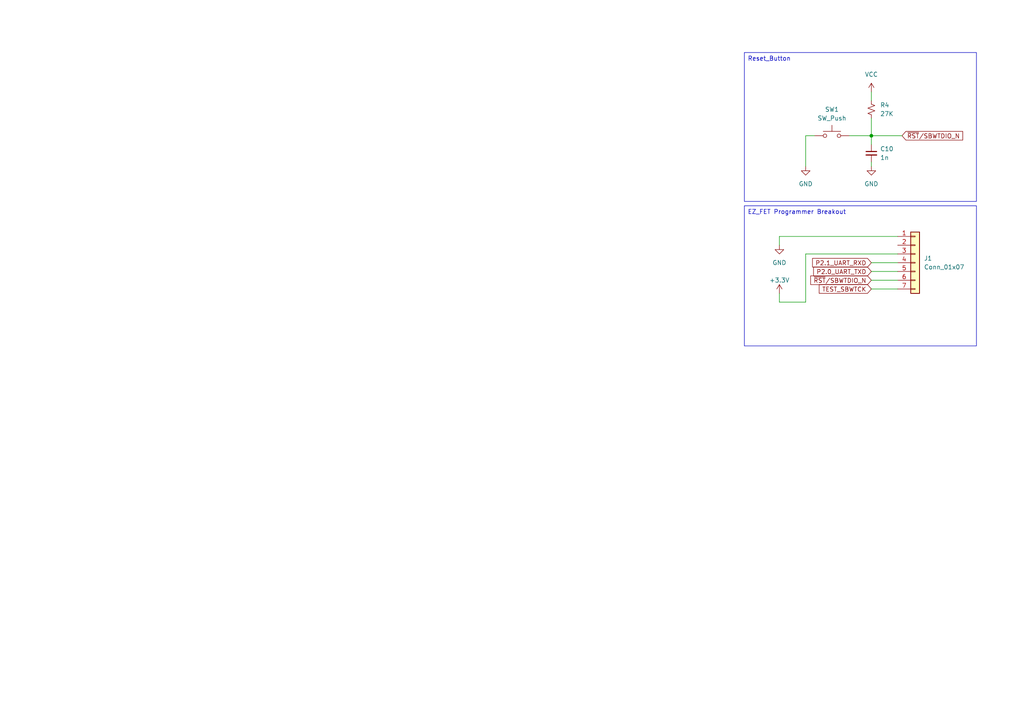
<source format=kicad_sch>
(kicad_sch (version 20230121) (generator eeschema)
  (paper "A4")
  (lib_symbols
    (symbol "Connector_Generic:Conn_01x07" (pin_names (offset 1.016) hide)
      (property "Reference" "J" (at 0 10.16 0))
      (property "Value" "Conn_01x07" (at 0 -10.16 0))
      (symbol "Conn_01x07_1_1"
        (rectangle (start -1.27 -7.493) (end 0 -7.747) (stroke (width 0.1524)))
        (rectangle (start -1.27 -4.953) (end 0 -5.207) (stroke (width 0.1524)))
        (rectangle (start -1.27 -2.413) (end 0 -2.667) (stroke (width 0.1524)))
        (rectangle (start -1.27 0.127) (end 0 -0.127) (stroke (width 0.1524)))
        (rectangle (start -1.27 2.667) (end 0 2.413) (stroke (width 0.1524)))
        (rectangle (start -1.27 5.207) (end 0 4.953) (stroke (width 0.1524)))
        (rectangle (start -1.27 7.747) (end 0 7.493) (stroke (width 0.1524)))
        (rectangle (start -1.27 8.89) (end 1.27 -8.89) (stroke (width 0.254)) (fill (type background)))
        (pin passive line (at -5.08 7.62 0) (length 3.81) (name "Pin_1") (number "1"))
        (pin passive line (at -5.08 5.08 0) (length 3.81) (name "Pin_2") (number "2"))
        (pin passive line (at -5.08 2.54 0) (length 3.81) (name "Pin_3") (number "3"))
        (pin passive line (at -5.08 0 0) (length 3.81) (name "Pin_4") (number "4"))
        (pin passive line (at -5.08 -2.54 0) (length 3.81) (name "Pin_5") (number "5"))
        (pin passive line (at -5.08 -5.08 0) (length 3.81) (name "Pin_6") (number "6"))
        (pin passive line (at -5.08 -7.62 0) (length 3.81) (name "Pin_7") (number "7"))
      )
    )
    (symbol "Device:C_Small" (pin_numbers hide) (pin_names (offset 0.254) hide)
      (property "Reference" "C" (at 0.254 1.778 0))
      (property "Value" "C_Small" (at 0.254 -2.032 0))
      (symbol "C_Small_0_1"
        (polyline (pts (xy -1.524 -0.508) (xy 1.524 -0.508)) (stroke (width 0.3302)))
        (polyline (pts (xy -1.524 0.508) (xy 1.524 0.508)) (stroke (width 0.3048)))
      )
      (symbol "C_Small_1_1"
        (pin passive line (at 0 2.54 270) (length 2.032) (name "~") (number "1"))
        (pin passive line (at 0 -2.54 90) (length 2.032) (name "~") (number "2"))
      )
    )
    (symbol "Device:R_Small_US" (pin_numbers hide) (pin_names (offset 0.254) hide)
      (property "Reference" "R" (at 0.762 0.508 0))
      (property "Value" "R_Small_US" (at 0.762 -1.016 0))
      (symbol "R_Small_US_1_1"
        (polyline (pts (xy 0 0) (xy 1.016 -0.381) (xy 0 -0.762) (xy -1.016 -1.143) (xy 0 -1.524)))
        (polyline (pts (xy 0 1.524) (xy 1.016 1.143) (xy 0 0.762) (xy -1.016 0.381) (xy 0 0)))
        (pin passive line (at 0 2.54 270) (length 1.016) (name "~") (number "1"))
        (pin passive line (at 0 -2.54 90) (length 1.016) (name "~") (number "2"))
      )
    )
    (symbol "Switch:SW_Push" (pin_numbers hide) (pin_names (offset 1.016) hide)
      (property "Reference" "SW" (at 1.27 2.54 0))
      (property "Value" "SW_Push" (at 0 -1.524 0))
      (symbol "SW_Push_0_1"
        (circle (center -2.032 0) (radius 0.508))
        (polyline (pts (xy 0 1.27) (xy 0 3.048)))
        (polyline (pts (xy 2.54 1.27) (xy -2.54 1.27)))
        (circle (center 2.032 0) (radius 0.508))
        (pin passive line (at -5.08 0 0) (length 2.54) (name "1") (number "1"))
        (pin passive line (at 5.08 0 180) (length 2.54) (name "2") (number "2"))
      )
    )
    (symbol "power:+3.3V" (power) (pin_names (offset 0))
      (property "Value" "+3.3V" (at 0 3.556 0))
      (symbol "+3.3V_0_1"
        (polyline (pts (xy -0.762 1.27) (xy 0 2.54)))
        (polyline (pts (xy 0 0) (xy 0 2.54)))
        (polyline (pts (xy 0 2.54) (xy 0.762 1.27)))
      )
      (symbol "+3.3V_1_1"
        (pin power_in line (at 0 0 90) (length 0) hide (name "+3.3V") (number "1"))
      )
    )
    (symbol "power:GND" (power) (pin_names (offset 0))
      (property "Value" "GND" (at 0 -3.81 0))
      (symbol "GND_0_1"
        (polyline (pts (xy 0 0) (xy 0 -1.27) (xy 1.27 -1.27) (xy 0 -2.54) (xy -1.27 -1.27) (xy 0 -1.27)))
      )
      (symbol "GND_1_1"
        (pin power_in line (at 0 0 270) (length 0) hide (name "GND") (number "1"))
      )
    )
    (symbol "power:VCC" (power) (pin_names (offset 0))
      (property "Value" "VCC" (at 0 3.81 0))
      (symbol "VCC_0_1"
        (polyline (pts (xy -0.762 1.27) (xy 0 2.54)))
        (polyline (pts (xy 0 0) (xy 0 2.54)))
        (polyline (pts (xy 0 2.54) (xy 0.762 1.27)))
      )
      (symbol "VCC_1_1"
        (pin power_in line (at 0 0 90) (length 0) hide (name "VCC") (number "1"))
      )
    )
  )
  (junction (at 252.73 39.37))
  (wire (pts (xy 252.73 34.29) (xy 252.73 39.37)))
  (wire (pts (xy 226.06 68.58) (xy 226.06 71.12)))
  (wire (pts (xy 252.73 78.74) (xy 260.35 78.74)))
  (wire (pts (xy 226.06 68.58) (xy 260.35 68.58)))
  (wire (pts (xy 252.73 39.37) (xy 252.73 41.91)))
  (wire (pts (xy 252.73 83.82) (xy 260.35 83.82)))
  (wire (pts (xy 233.68 48.26) (xy 233.68 39.37)))
  (wire (pts (xy 252.73 81.28) (xy 260.35 81.28)))
  (wire (pts (xy 246.38 39.37) (xy 252.73 39.37)))
  (wire (pts (xy 252.73 46.99) (xy 252.73 48.26)))
  (wire (pts (xy 233.68 73.66) (xy 260.35 73.66)))
  (wire (pts (xy 252.73 76.2) (xy 260.35 76.2)))
  (wire (pts (xy 233.68 39.37) (xy 236.22 39.37)))
  (wire (pts (xy 252.73 39.37) (xy 261.62 39.37)))
  (wire (pts (xy 233.68 73.66) (xy 233.68 87.63)))
  (wire (pts (xy 233.68 87.63) (xy 226.06 87.63)))
  (wire (pts (xy 226.06 85.09) (xy 226.06 87.63)))
  (wire (pts (xy 252.73 26.67) (xy 252.73 29.21)))
  (text_box "Reset_Button\n" (at 215.9 15.24 0) (size 67.31 43.18) (effects (font (size 1.27 1.27)) (justify left top)))
  (text_box "EZ_FET Programmer Breakout\n" (at 215.9 59.69 0) (size 67.31 40.64) (effects (font (size 1.27 1.27)) (justify left top)))
  (global_label "TEST_SBWTCK" (shape input) (at 252.73 83.82 180) (property "Intersheetrefs" "${INTERSHEET_REFS}" (effects hide)))
  (global_label "P2.0_UART_TXD" (shape input) (at 252.73 78.74 180) (property "Intersheetrefs" "${INTERSHEET_REFS}" (effects hide)))
  (global_label "~{RST}{slash}SBWTDIO_N" (shape input) (at 252.73 81.28 180) (property "Intersheetrefs" "${INTERSHEET_REFS}" (effects hide)))
  (global_label "P2.1_UART_RXD" (shape input) (at 252.73 76.2 180) (property "Intersheetrefs" "${INTERSHEET_REFS}" (effects hide)))
  (global_label "~{RST}{slash}SBWTDIO_N" (shape input) (at 261.62 39.37 0) (property "Intersheetrefs" "${INTERSHEET_REFS}" (effects hide)))
  (symbol (lib_id "power:GND") (at 233.68 48.26 0) (unit 1)
    (property "Reference" "#PWR09" (effects hide))
    (property "Value" "GND" (at 233.68 53.34 0))
  )
  (symbol (lib_id "power:+3.3V") (at 226.06 85.09 0) (unit 1)
    (property "Reference" "#2.4FromReg0111" (effects hide))
    (property "Value" "+3.3V" (at 226.06 81.28 0))
  )
  (symbol (lib_id "Device:C_Small") (at 252.73 44.45 0) (unit 1)
    (property "Reference" "C10" (at 255.27 43.1863 0) (effects (justify left)))
    (property "Value" "1n" (at 255.27 45.7263 0) (effects (justify left)))
    (property "Footprint" "Capacitor_SMD:C_01005_0402Metric" (effects hide))
  )
  (symbol (lib_id "power:VCC") (at 252.73 26.67 0) (unit 1)
    (property "Reference" "#2.4FromReg0110" (effects hide))
    (property "Value" "VCC" (at 252.73 21.59 0))
  )
  (symbol (lib_id "Switch:SW_Push") (at 241.3 39.37 0) (unit 1)
    (property "Reference" "SW1" (at 241.3 31.75 0))
    (property "Value" "SW_Push" (at 241.3 34.29 0))
    (property "Footprint" "LIFI-FOOTPRINTS:SW_TL59NF160Q" (effects hide))
  )
  (symbol (lib_id "Device:R_Small_US") (at 252.73 31.75 0) (unit 1)
    (property "Reference" "R4" (at 255.27 30.48 0) (effects (justify left)))
    (property "Value" "27K" (at 255.27 33.02 0) (effects (justify left)))
    (property "Footprint" "Resistor_SMD:R_01005_0402Metric" (effects hide))
  )
  (symbol (lib_id "power:GND") (at 252.73 48.26 0) (unit 1)
    (property "Reference" "#PWR08" (effects hide))
    (property "Value" "GND" (at 252.73 53.34 0))
  )
  (symbol (lib_id "Connector_Generic:Conn_01x07") (at 265.43 76.2 0) (unit 1)
    (property "Reference" "J1" (at 267.97 74.93 0) (effects (justify left)))
    (property "Value" "Conn_01x07" (at 267.97 77.47 0) (effects (justify left)))
  )
  (symbol (lib_id "power:GND") (at 226.06 71.12 0) (unit 1)
    (property "Reference" "#PWR010" (effects hide))
    (property "Value" "GND" (at 226.06 76.2 0))
  )
)
</source>
